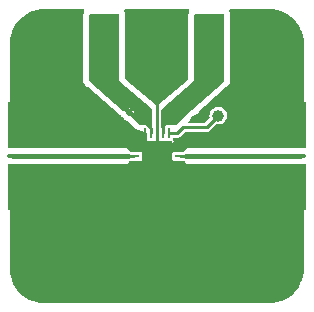
<source format=gbr>
%TF.GenerationSoftware,KiCad,Pcbnew,8.0.0*%
%TF.CreationDate,2024-06-16T14:01:43-04:00*%
%TF.ProjectId,X-Band Amplifier,582d4261-6e64-4204-916d-706c69666965,v1.0*%
%TF.SameCoordinates,Original*%
%TF.FileFunction,Copper,L1,Top*%
%TF.FilePolarity,Positive*%
%FSLAX46Y46*%
G04 Gerber Fmt 4.6, Leading zero omitted, Abs format (unit mm)*
G04 Created by KiCad (PCBNEW 8.0.0) date 2024-06-16 14:01:43*
%MOMM*%
%LPD*%
G01*
G04 APERTURE LIST*
G04 Aperture macros list*
%AMRoundRect*
0 Rectangle with rounded corners*
0 $1 Rounding radius*
0 $2 $3 $4 $5 $6 $7 $8 $9 X,Y pos of 4 corners*
0 Add a 4 corners polygon primitive as box body*
4,1,4,$2,$3,$4,$5,$6,$7,$8,$9,$2,$3,0*
0 Add four circle primitives for the rounded corners*
1,1,$1+$1,$2,$3*
1,1,$1+$1,$4,$5*
1,1,$1+$1,$6,$7*
1,1,$1+$1,$8,$9*
0 Add four rect primitives between the rounded corners*
20,1,$1+$1,$2,$3,$4,$5,0*
20,1,$1+$1,$4,$5,$6,$7,0*
20,1,$1+$1,$6,$7,$8,$9,0*
20,1,$1+$1,$8,$9,$2,$3,0*%
G04 Aperture macros list end*
%TA.AperFunction,SMDPad,CuDef*%
%ADD10RoundRect,0.140000X0.021213X-0.219203X0.219203X-0.021213X-0.021213X0.219203X-0.219203X0.021213X0*%
%TD*%
%TA.AperFunction,SMDPad,CuDef*%
%ADD11RoundRect,0.140000X-0.219203X-0.021213X-0.021213X-0.219203X0.219203X0.021213X0.021213X0.219203X0*%
%TD*%
%TA.AperFunction,SMDPad,CuDef*%
%ADD12RoundRect,0.087500X0.412500X-0.087500X0.412500X0.087500X-0.412500X0.087500X-0.412500X-0.087500X0*%
%TD*%
%TA.AperFunction,SMDPad,CuDef*%
%ADD13R,5.500000X4.000000*%
%TD*%
%TA.AperFunction,ComponentPad*%
%ADD14C,4.241800*%
%TD*%
%TA.AperFunction,SMDPad,CuDef*%
%ADD15RoundRect,0.062500X-0.350000X-0.062500X0.350000X-0.062500X0.350000X0.062500X-0.350000X0.062500X0*%
%TD*%
%TA.AperFunction,SMDPad,CuDef*%
%ADD16RoundRect,0.062500X-0.062500X-0.350000X0.062500X-0.350000X0.062500X0.350000X-0.062500X0.350000X0*%
%TD*%
%TA.AperFunction,HeatsinkPad*%
%ADD17C,0.500000*%
%TD*%
%TA.AperFunction,HeatsinkPad*%
%ADD18R,2.500000X2.500000*%
%TD*%
%TA.AperFunction,SMDPad,CuDef*%
%ADD19RoundRect,0.087500X-0.412500X0.087500X-0.412500X-0.087500X0.412500X-0.087500X0.412500X0.087500X0*%
%TD*%
%TA.AperFunction,ComponentPad*%
%ADD20C,5.562600*%
%TD*%
%TA.AperFunction,SMDPad,CuDef*%
%ADD21C,1.000000*%
%TD*%
%TA.AperFunction,ViaPad*%
%ADD22C,0.600000*%
%TD*%
%TA.AperFunction,Conductor*%
%ADD23C,0.250000*%
%TD*%
%TA.AperFunction,Conductor*%
%ADD24C,0.200000*%
%TD*%
%TA.AperFunction,Conductor*%
%ADD25C,0.400000*%
%TD*%
G04 APERTURE END LIST*
D10*
%TO.P,C2,2*%
%TO.N,VG*%
X137372411Y-59731589D03*
%TO.P,C2,1*%
%TO.N,GND*%
X136693589Y-60410411D03*
%TD*%
D11*
%TO.P,C1,1*%
%TO.N,VD*%
X142205389Y-59706189D03*
%TO.P,C1,2*%
%TO.N,GND*%
X142884211Y-60385011D03*
%TD*%
D12*
%TO.P,J2,1,In*%
%TO.N,Net-(J2-In)*%
X151850000Y-63500000D03*
D13*
%TO.P,J2,2,Ext*%
%TO.N,GND*%
X149600000Y-66135000D03*
X149600000Y-60865000D03*
%TD*%
D14*
%TO.P,H5,1,1*%
%TO.N,GND*%
X137160000Y-69850000D03*
%TD*%
D15*
%TO.P,U1,1,NC*%
%TO.N,GND*%
X137762500Y-62500000D03*
%TO.P,U1,2,NC*%
X137762500Y-63000000D03*
%TO.P,U1,3,RF_IN*%
%TO.N,Net-(J1-In)*%
X137762500Y-63500000D03*
%TO.P,U1,4,NC*%
%TO.N,GND*%
X137762500Y-64000000D03*
%TO.P,U1,5,NC*%
X137762500Y-64500000D03*
D16*
%TO.P,U1,6,NC*%
X138700000Y-65437500D03*
%TO.P,U1,7,NC*%
X139200000Y-65437500D03*
%TO.P,U1,8,NC*%
X139700000Y-65437500D03*
%TO.P,U1,9,NC*%
X140200000Y-65437500D03*
%TO.P,U1,10,NC*%
X140700000Y-65437500D03*
D15*
%TO.P,U1,11,NC*%
X141637500Y-64500000D03*
%TO.P,U1,12,NC*%
X141637500Y-64000000D03*
%TO.P,U1,13,RF_OUT*%
%TO.N,Net-(J2-In)*%
X141637500Y-63500000D03*
%TO.P,U1,14,NC*%
%TO.N,GND*%
X141637500Y-63000000D03*
%TO.P,U1,15,NC*%
X141637500Y-62500000D03*
D16*
%TO.P,U1,16,VDET*%
%TO.N,Net-(U1-VDET)*%
X140700000Y-61562500D03*
%TO.P,U1,17,VD*%
%TO.N,VD*%
X140200000Y-61562500D03*
%TO.P,U1,18,NC*%
%TO.N,GND*%
X139700000Y-61562500D03*
%TO.P,U1,19,VG*%
%TO.N,VG*%
X139200000Y-61562500D03*
%TO.P,U1,20,NC*%
%TO.N,GND*%
X138700000Y-61562500D03*
D17*
%TO.P,U1,21,GND*%
X138700000Y-62500000D03*
X138700000Y-64500000D03*
D18*
X139700000Y-63500000D03*
D17*
X140700000Y-62500000D03*
X140700000Y-64500000D03*
%TD*%
D19*
%TO.P,J1,1,In*%
%TO.N,Net-(J1-In)*%
X127550000Y-63500000D03*
D13*
%TO.P,J1,2,Ext*%
%TO.N,GND*%
X129800000Y-60865000D03*
X129800000Y-66135000D03*
%TD*%
D20*
%TO.P,H2,1,1*%
%TO.N,GND*%
X149225000Y-53975000D03*
%TD*%
D14*
%TO.P,H6,1,1*%
%TO.N,GND*%
X142240000Y-69850000D03*
%TD*%
D20*
%TO.P,H3,1,1*%
%TO.N,GND*%
X130175000Y-73025000D03*
%TD*%
%TO.P,H4,1,1*%
%TO.N,GND*%
X149225000Y-73025000D03*
%TD*%
%TO.P,H1,1,1*%
%TO.N,GND*%
X130175000Y-53975000D03*
%TD*%
D21*
%TO.P,TP1,1,1*%
%TO.N,Net-(U1-VDET)*%
X144907000Y-60071000D03*
%TD*%
D22*
%TO.N,GND*%
X136144000Y-60960000D03*
X143560800Y-59918600D03*
X142621000Y-65913000D03*
X142240000Y-66421000D03*
X141605000Y-66421000D03*
X136779000Y-65786000D03*
X137160000Y-66421000D03*
X137795000Y-66421000D03*
X138430000Y-66421000D03*
X140970000Y-66421000D03*
X140335000Y-66421000D03*
X139065000Y-66421000D03*
X139700000Y-66421000D03*
X142621000Y-61849000D03*
X143891000Y-61849000D03*
X145161000Y-61849000D03*
X144526000Y-61849000D03*
X148336000Y-61849000D03*
X148971000Y-61849000D03*
X149606000Y-61849000D03*
X151511000Y-61849000D03*
X151892000Y-62484000D03*
X150622000Y-62484000D03*
X151257000Y-62484000D03*
X149987000Y-62484000D03*
X148082000Y-62484000D03*
X148717000Y-62484000D03*
X149352000Y-62484000D03*
X146431000Y-61849000D03*
X147066000Y-61849000D03*
X147701000Y-61849000D03*
X150241000Y-61849000D03*
X150876000Y-61849000D03*
X145796000Y-61849000D03*
X143256000Y-61849000D03*
X144272000Y-62484000D03*
X143002000Y-62484000D03*
X145542000Y-62484000D03*
X144907000Y-62484000D03*
X142367000Y-62484000D03*
X143637000Y-62484000D03*
X147447000Y-62484000D03*
X146812000Y-62484000D03*
X146177000Y-62484000D03*
X150622000Y-64516000D03*
X148082000Y-64516000D03*
X149987000Y-64516000D03*
X147701000Y-65151000D03*
X147066000Y-65151000D03*
X151257000Y-64516000D03*
X148717000Y-64516000D03*
X149352000Y-64516000D03*
X146431000Y-65151000D03*
X151511000Y-65151000D03*
X151892000Y-64516000D03*
X148971000Y-65151000D03*
X149606000Y-65151000D03*
X144272000Y-64516000D03*
X143256000Y-65151000D03*
X143002000Y-64516000D03*
X144907000Y-64516000D03*
X142367000Y-64516000D03*
X145542000Y-64516000D03*
X150241000Y-65151000D03*
X150876000Y-65151000D03*
X145796000Y-65151000D03*
X145161000Y-65151000D03*
X148336000Y-65151000D03*
X144526000Y-65151000D03*
X143891000Y-65151000D03*
X143637000Y-64516000D03*
X146812000Y-64516000D03*
X147447000Y-64516000D03*
X146177000Y-64516000D03*
X142621000Y-65151000D03*
X127762000Y-65151000D03*
X129032000Y-65151000D03*
X130302000Y-65151000D03*
X129667000Y-65151000D03*
X133477000Y-65151000D03*
X134112000Y-65151000D03*
X134747000Y-65151000D03*
X136652000Y-65151000D03*
X137033000Y-64516000D03*
X135763000Y-64516000D03*
X136398000Y-64516000D03*
X135128000Y-64516000D03*
X133223000Y-64516000D03*
X133858000Y-64516000D03*
X134493000Y-64516000D03*
X131572000Y-65151000D03*
X132207000Y-65151000D03*
X132842000Y-65151000D03*
X135382000Y-65151000D03*
X136017000Y-65151000D03*
X130937000Y-65151000D03*
X128397000Y-65151000D03*
X129413000Y-64516000D03*
X128143000Y-64516000D03*
X130683000Y-64516000D03*
X130048000Y-64516000D03*
X127508000Y-64516000D03*
X128778000Y-64516000D03*
X132588000Y-64516000D03*
X131953000Y-64516000D03*
X131318000Y-64516000D03*
X129032000Y-61849000D03*
X129667000Y-61849000D03*
X130302000Y-61849000D03*
X127762000Y-61849000D03*
X128397000Y-61849000D03*
X130937000Y-61849000D03*
X131572000Y-61849000D03*
X132207000Y-61849000D03*
X132842000Y-61849000D03*
X133477000Y-61849000D03*
X134112000Y-61849000D03*
X134747000Y-61849000D03*
X135382000Y-61849000D03*
X136017000Y-61849000D03*
X136652000Y-61849000D03*
X137033000Y-62484000D03*
X136398000Y-62484000D03*
X135763000Y-62484000D03*
X135128000Y-62484000D03*
X134493000Y-62484000D03*
X133858000Y-62484000D03*
X133223000Y-62484000D03*
X132588000Y-62484000D03*
X131953000Y-62484000D03*
X131318000Y-62484000D03*
X130683000Y-62484000D03*
X130048000Y-62484000D03*
X129413000Y-62484000D03*
X128778000Y-62484000D03*
X128143000Y-62484000D03*
X127508000Y-62484000D03*
X139700000Y-62738000D03*
X140462000Y-63500000D03*
X139700000Y-64262000D03*
X138938000Y-63500000D03*
X139700000Y-63500000D03*
X137795000Y-56515000D03*
X141605000Y-55880000D03*
X137795000Y-54610000D03*
X137795000Y-52070000D03*
X137795000Y-53340000D03*
X141605000Y-52705000D03*
X137795000Y-51435000D03*
X137795000Y-55880000D03*
X141605000Y-53975000D03*
X137795000Y-53975000D03*
X141605000Y-56515000D03*
X141605000Y-52070000D03*
X141605000Y-53340000D03*
X137795000Y-52705000D03*
X141605000Y-54610000D03*
X137795000Y-55245000D03*
X141605000Y-51435000D03*
X141605000Y-55245000D03*
%TD*%
D23*
%TO.N,Net-(U1-VDET)*%
X143906042Y-61071958D02*
X144907000Y-60071000D01*
X141420000Y-61570000D02*
X141918042Y-61071958D01*
X141918042Y-61071958D02*
X143906042Y-61071958D01*
X141412500Y-61562500D02*
X141420000Y-61570000D01*
X140700000Y-61562500D02*
X141412500Y-61562500D01*
D24*
%TO.N,GND*%
X143560800Y-59918600D02*
X143350622Y-59918600D01*
X143350622Y-59918600D02*
X142884211Y-60385011D01*
D23*
X141851000Y-63000000D02*
X142367000Y-62484000D01*
X141637500Y-63000000D02*
X141851000Y-63000000D01*
X141851000Y-64000000D02*
X142367000Y-64516000D01*
X141637500Y-64000000D02*
X141851000Y-64000000D01*
X137762500Y-64000000D02*
X137549000Y-64000000D01*
X137549000Y-64000000D02*
X137033000Y-64516000D01*
X137549000Y-63000000D02*
X137033000Y-62484000D01*
X137762500Y-63000000D02*
X137549000Y-63000000D01*
X140962000Y-64000000D02*
X140462000Y-63500000D01*
X141637500Y-64000000D02*
X140962000Y-64000000D01*
X141637500Y-63000000D02*
X140962000Y-63000000D01*
X140962000Y-63000000D02*
X140462000Y-63500000D01*
X137762500Y-63000000D02*
X138438000Y-63000000D01*
X138438000Y-63000000D02*
X138938000Y-63500000D01*
X138438000Y-64000000D02*
X138938000Y-63500000D01*
X137762500Y-64000000D02*
X138438000Y-64000000D01*
X139700000Y-61562500D02*
X139700000Y-56388000D01*
X139700000Y-62738000D02*
X139700000Y-63500000D01*
X139700000Y-64262000D02*
X139700000Y-63500000D01*
X139700000Y-65437500D02*
X139700000Y-64262000D01*
X140700000Y-62500000D02*
X141637500Y-62500000D01*
X137762500Y-62500000D02*
X138700000Y-62500000D01*
X140200000Y-65437500D02*
X140200000Y-65000000D01*
X141200000Y-63000000D02*
X140700000Y-62500000D01*
X137762500Y-64500000D02*
X138700000Y-64500000D01*
X141200000Y-64000000D02*
X140700000Y-64500000D01*
X139200000Y-65000000D02*
X138700000Y-64500000D01*
X140200000Y-65000000D02*
X140700000Y-64500000D01*
X141637500Y-63000000D02*
X141200000Y-63000000D01*
X138200000Y-64000000D02*
X138700000Y-64500000D01*
X137762500Y-64000000D02*
X138200000Y-64000000D01*
X138700000Y-61562500D02*
X138700000Y-62500000D01*
X141637500Y-64000000D02*
X141200000Y-64000000D01*
X139700000Y-61562500D02*
X139700000Y-62738000D01*
X138200000Y-63000000D02*
X138700000Y-62500000D01*
X137762500Y-63000000D02*
X138200000Y-63000000D01*
X141637500Y-64500000D02*
X140700000Y-64500000D01*
X138700000Y-65437500D02*
X138700000Y-64500000D01*
X140700000Y-65437500D02*
X140700000Y-64500000D01*
X139200000Y-65437500D02*
X139200000Y-65000000D01*
D25*
%TO.N,Net-(J1-In)*%
X127550000Y-63500000D02*
X137240000Y-63500000D01*
D23*
X137762500Y-63500000D02*
X137240000Y-63500000D01*
%TO.N,Net-(J2-In)*%
X141637500Y-63500000D02*
X142140000Y-63500000D01*
D25*
X151850000Y-63500000D02*
X142140000Y-63500000D01*
D23*
%TO.N,VD*%
X140200000Y-61562500D02*
X140200000Y-60460000D01*
X140200000Y-60460000D02*
X140335000Y-60325000D01*
%TO.N,VG*%
X139200000Y-61095000D02*
X138430000Y-60325000D01*
X139200000Y-61562500D02*
X139200000Y-61095000D01*
%TD*%
%TA.AperFunction,Conductor*%
%TO.N,VD*%
G36*
X145395315Y-57162070D02*
G01*
X145374268Y-57186913D01*
X142689810Y-59619704D01*
X141386441Y-60800882D01*
X141323547Y-60831315D01*
X141303173Y-60833000D01*
X140461999Y-60833000D01*
X140352399Y-61085391D01*
X140307640Y-61139042D01*
X140240981Y-61159978D01*
X140238660Y-61160000D01*
X140204078Y-61160000D01*
X140137039Y-61140315D01*
X140091284Y-61087511D01*
X140080078Y-61035922D01*
X140080964Y-59619704D01*
X140100691Y-59552677D01*
X140123911Y-59525940D01*
X142875000Y-57150000D01*
X145398859Y-57150000D01*
X145395315Y-57162070D01*
G37*
%TD.AperFunction*%
%TD*%
%TA.AperFunction,Conductor*%
%TO.N,VD*%
G36*
X145358039Y-51454685D02*
G01*
X145403794Y-51507489D01*
X145415000Y-51559000D01*
X145415000Y-57095031D01*
X145398859Y-57150000D01*
X142875000Y-57150000D01*
X142875000Y-51559000D01*
X142894685Y-51491961D01*
X142947489Y-51446206D01*
X142999000Y-51435000D01*
X145291000Y-51435000D01*
X145358039Y-51454685D01*
G37*
%TD.AperFunction*%
%TD*%
%TA.AperFunction,Conductor*%
%TO.N,VG*%
G36*
X136468039Y-51454685D02*
G01*
X136513794Y-51507489D01*
X136525000Y-51559000D01*
X136525000Y-57150000D01*
X134003966Y-57150000D01*
X133990024Y-57128308D01*
X133985000Y-57093368D01*
X133985000Y-51559000D01*
X134004685Y-51491961D01*
X134057489Y-51446206D01*
X134109000Y-51435000D01*
X136401000Y-51435000D01*
X136468039Y-51454685D01*
G37*
%TD.AperFunction*%
%TD*%
%TA.AperFunction,Conductor*%
%TO.N,GND*%
G36*
X133517760Y-51074502D02*
G01*
X133564253Y-51128158D01*
X133574357Y-51198432D01*
X133564252Y-51232844D01*
X133511986Y-51347284D01*
X133492302Y-51414320D01*
X133492301Y-51414324D01*
X133492301Y-51414326D01*
X133492300Y-51414330D01*
X133471500Y-51559000D01*
X133471500Y-57093368D01*
X133471619Y-57095028D01*
X133476726Y-57166444D01*
X133481752Y-57201397D01*
X133497331Y-57273000D01*
X133497331Y-57273002D01*
X133558048Y-57405938D01*
X133558055Y-57405952D01*
X133571994Y-57427639D01*
X133615886Y-57486268D01*
X133615887Y-57486269D01*
X133615889Y-57486271D01*
X133726347Y-57581984D01*
X133807900Y-57619228D01*
X133838061Y-57638610D01*
X136557378Y-59994719D01*
X136652960Y-60056758D01*
X136684322Y-60085742D01*
X136700750Y-60107152D01*
X136700756Y-60107159D01*
X136700758Y-60107161D01*
X136996839Y-60403241D01*
X137090783Y-60475328D01*
X137136030Y-60494069D01*
X137183031Y-60527961D01*
X137213797Y-60563464D01*
X137213804Y-60563470D01*
X137950225Y-61201530D01*
X137969632Y-61217168D01*
X137976098Y-61222378D01*
X137990274Y-61232989D01*
X138004527Y-61243029D01*
X138012234Y-61248458D01*
X138138058Y-61306958D01*
X138138059Y-61306958D01*
X138138063Y-61306960D01*
X138184357Y-61320553D01*
X138205097Y-61326643D01*
X138205103Y-61326643D01*
X138205108Y-61326645D01*
X138336240Y-61345499D01*
X138336245Y-61345500D01*
X138336247Y-61345500D01*
X138488500Y-61345500D01*
X138556621Y-61365502D01*
X138603114Y-61419158D01*
X138614500Y-61471500D01*
X138614500Y-61953439D01*
X138614501Y-61953451D01*
X138624592Y-62037491D01*
X138677335Y-62171237D01*
X138764205Y-62285794D01*
X138776132Y-62294838D01*
X138878762Y-62372664D01*
X139012507Y-62425407D01*
X139012506Y-62425407D01*
X139030528Y-62427570D01*
X139096555Y-62435500D01*
X139303444Y-62435499D01*
X139387492Y-62425407D01*
X139521238Y-62372664D01*
X139623869Y-62294836D01*
X139690231Y-62269615D01*
X139759698Y-62284276D01*
X139776123Y-62294831D01*
X139878762Y-62372664D01*
X139878763Y-62372664D01*
X139878764Y-62372665D01*
X140012507Y-62425407D01*
X140012506Y-62425407D01*
X140030528Y-62427570D01*
X140096555Y-62435500D01*
X140303444Y-62435499D01*
X140387492Y-62425407D01*
X140403774Y-62418985D01*
X140474479Y-62412600D01*
X140496216Y-62418982D01*
X140512508Y-62425407D01*
X140596555Y-62435500D01*
X140803444Y-62435499D01*
X140887492Y-62425407D01*
X141021238Y-62372664D01*
X141135794Y-62285794D01*
X141178103Y-62230000D01*
X146558000Y-62230000D01*
X146558000Y-59055000D01*
X144018000Y-59055000D01*
X142704723Y-60254079D01*
X142877041Y-60081761D01*
X142878986Y-60079225D01*
X142894337Y-60062564D01*
X145562091Y-57644911D01*
X145604186Y-57621317D01*
X145603970Y-57620843D01*
X145609704Y-57618224D01*
X145611211Y-57617379D01*
X145612170Y-57617098D01*
X145666810Y-57581984D01*
X145735125Y-57538082D01*
X145735126Y-57538081D01*
X145830840Y-57427624D01*
X145830843Y-57427618D01*
X145891556Y-57294678D01*
X145897921Y-57273002D01*
X145906015Y-57245435D01*
X145906672Y-57243538D01*
X145907699Y-57239703D01*
X145907698Y-57239703D01*
X145907700Y-57239701D01*
X145928500Y-57095031D01*
X145928500Y-51559000D01*
X145916764Y-51449843D01*
X145905558Y-51398332D01*
X145870890Y-51294173D01*
X145841614Y-51248620D01*
X145821613Y-51180500D01*
X145841615Y-51112379D01*
X145895271Y-51065886D01*
X145947613Y-51054500D01*
X149180125Y-51054500D01*
X149221461Y-51054500D01*
X149228525Y-51054697D01*
X149544929Y-51072466D01*
X149558965Y-51074047D01*
X149867904Y-51126539D01*
X149881662Y-51129679D01*
X150182784Y-51216431D01*
X150196118Y-51221097D01*
X150485619Y-51341012D01*
X150498349Y-51347143D01*
X150772602Y-51498717D01*
X150784567Y-51506234D01*
X151040132Y-51687567D01*
X151051179Y-51696377D01*
X151284828Y-51905180D01*
X151294819Y-51915171D01*
X151503622Y-52148820D01*
X151512432Y-52159867D01*
X151693765Y-52415432D01*
X151701282Y-52427397D01*
X151852856Y-52701650D01*
X151858987Y-52714380D01*
X151978902Y-53003881D01*
X151983569Y-53017218D01*
X152070318Y-53318329D01*
X152073462Y-53332104D01*
X152125951Y-53641032D01*
X152127533Y-53655073D01*
X152145302Y-53971474D01*
X152145500Y-53978539D01*
X152145500Y-62731807D01*
X152125498Y-62799928D01*
X152071842Y-62846421D01*
X152001568Y-62856525D01*
X151994918Y-62855386D01*
X151915056Y-62839500D01*
X151915054Y-62839500D01*
X142074946Y-62839500D01*
X142074942Y-62839500D01*
X141947338Y-62864883D01*
X141947335Y-62864884D01*
X141885636Y-62890440D01*
X141850705Y-62904909D01*
X141802489Y-62914500D01*
X141246560Y-62914500D01*
X141246548Y-62914501D01*
X141162508Y-62924592D01*
X141028762Y-62977335D01*
X140914205Y-63064205D01*
X140827335Y-63178762D01*
X140774592Y-63312507D01*
X140764500Y-63396552D01*
X140764500Y-63603439D01*
X140764501Y-63603451D01*
X140774592Y-63687491D01*
X140827335Y-63821237D01*
X140914205Y-63935794D01*
X140969205Y-63977501D01*
X141028762Y-64022664D01*
X141162507Y-64075407D01*
X141162506Y-64075407D01*
X141180528Y-64077570D01*
X141246555Y-64085500D01*
X141545741Y-64085499D01*
X141545751Y-64085500D01*
X141560417Y-64085500D01*
X141802489Y-64085500D01*
X141850705Y-64095090D01*
X141947339Y-64135117D01*
X142074946Y-64160500D01*
X151915049Y-64160500D01*
X151915054Y-64160500D01*
X151994920Y-64144613D01*
X152065632Y-64150941D01*
X152121700Y-64194495D01*
X152145319Y-64261447D01*
X152145500Y-64268192D01*
X152145500Y-73021460D01*
X152145302Y-73028525D01*
X152127533Y-73344926D01*
X152125951Y-73358967D01*
X152073462Y-73667895D01*
X152070318Y-73681670D01*
X151983569Y-73982781D01*
X151978902Y-73996118D01*
X151858987Y-74285619D01*
X151852856Y-74298349D01*
X151701282Y-74572602D01*
X151693765Y-74584567D01*
X151512432Y-74840132D01*
X151503622Y-74851179D01*
X151294819Y-75084828D01*
X151284828Y-75094819D01*
X151051179Y-75303622D01*
X151040132Y-75312432D01*
X150784567Y-75493765D01*
X150772602Y-75501282D01*
X150498349Y-75652856D01*
X150485619Y-75658987D01*
X150196118Y-75778902D01*
X150182781Y-75783569D01*
X149881670Y-75870318D01*
X149867895Y-75873462D01*
X149558967Y-75925951D01*
X149544926Y-75927533D01*
X149228526Y-75945302D01*
X149221461Y-75945500D01*
X130178539Y-75945500D01*
X130171474Y-75945302D01*
X129855073Y-75927533D01*
X129841032Y-75925951D01*
X129532104Y-75873462D01*
X129518329Y-75870318D01*
X129217218Y-75783569D01*
X129203881Y-75778902D01*
X128914380Y-75658987D01*
X128901650Y-75652856D01*
X128627397Y-75501282D01*
X128615432Y-75493765D01*
X128359867Y-75312432D01*
X128348820Y-75303622D01*
X128115171Y-75094819D01*
X128105180Y-75084828D01*
X127896377Y-74851179D01*
X127887567Y-74840132D01*
X127706234Y-74584567D01*
X127698717Y-74572602D01*
X127547143Y-74298349D01*
X127541012Y-74285619D01*
X127421097Y-73996118D01*
X127416430Y-73982781D01*
X127329681Y-73681670D01*
X127326539Y-73667904D01*
X127274047Y-73358965D01*
X127272466Y-73344926D01*
X127254698Y-73028525D01*
X127254500Y-73021460D01*
X127254500Y-64268192D01*
X127274502Y-64200071D01*
X127328158Y-64153578D01*
X127398432Y-64143474D01*
X127405064Y-64144609D01*
X127484946Y-64160500D01*
X127484951Y-64160500D01*
X137305054Y-64160500D01*
X137432661Y-64135117D01*
X137529294Y-64095090D01*
X137577511Y-64085500D01*
X137854250Y-64085500D01*
X137854258Y-64085499D01*
X138153440Y-64085499D01*
X138153444Y-64085499D01*
X138237492Y-64075407D01*
X138371238Y-64022664D01*
X138485794Y-63935794D01*
X138572664Y-63821238D01*
X138625407Y-63687492D01*
X138635500Y-63603445D01*
X138635499Y-63396556D01*
X138625407Y-63312508D01*
X138572664Y-63178762D01*
X138544328Y-63141395D01*
X138485794Y-63064205D01*
X138410259Y-63006927D01*
X138371238Y-62977336D01*
X138371236Y-62977335D01*
X138371237Y-62977335D01*
X138237492Y-62924592D01*
X138237493Y-62924592D01*
X138153448Y-62914500D01*
X138153445Y-62914500D01*
X137839584Y-62914500D01*
X137839583Y-62914500D01*
X137577511Y-62914500D01*
X137529294Y-62904909D01*
X137470817Y-62880687D01*
X137432664Y-62864884D01*
X137432661Y-62864883D01*
X137305057Y-62839500D01*
X137305054Y-62839500D01*
X127484946Y-62839500D01*
X127484938Y-62839500D01*
X127405080Y-62855385D01*
X127334366Y-62849057D01*
X127278300Y-62805502D01*
X127254681Y-62738549D01*
X127254500Y-62731806D01*
X127254500Y-53978539D01*
X127254698Y-53971474D01*
X127272466Y-53655073D01*
X127274048Y-53641032D01*
X127302907Y-53471181D01*
X127326539Y-53332091D01*
X127329678Y-53318341D01*
X127416432Y-53017209D01*
X127421094Y-53003889D01*
X127541014Y-52714375D01*
X127547143Y-52701650D01*
X127698717Y-52427397D01*
X127706229Y-52415439D01*
X127887573Y-52159859D01*
X127896370Y-52148827D01*
X128105180Y-51915170D01*
X128115171Y-51905180D01*
X128348827Y-51696370D01*
X128359859Y-51687573D01*
X128615439Y-51506229D01*
X128627397Y-51498717D01*
X128901650Y-51347143D01*
X128914375Y-51341014D01*
X129203889Y-51221094D01*
X129217209Y-51216432D01*
X129518341Y-51129678D01*
X129532091Y-51126539D01*
X129841036Y-51074047D01*
X129855068Y-51072466D01*
X130171474Y-51054697D01*
X130178539Y-51054500D01*
X130219875Y-51054500D01*
X133449639Y-51054500D01*
X133517760Y-51074502D01*
G37*
%TD.AperFunction*%
%TA.AperFunction,Conductor*%
G36*
X142407760Y-51074502D02*
G01*
X142454253Y-51128158D01*
X142464357Y-51198432D01*
X142454252Y-51232844D01*
X142401986Y-51347284D01*
X142382302Y-51414320D01*
X142382301Y-51414324D01*
X142382301Y-51414326D01*
X142382300Y-51414330D01*
X142361502Y-51558992D01*
X142361500Y-51559003D01*
X142361500Y-56920738D01*
X142341498Y-56988859D01*
X142317856Y-57016098D01*
X139819654Y-59173635D01*
X139775424Y-59217744D01*
X139713064Y-59251683D01*
X139642256Y-59246519D01*
X139590926Y-59210689D01*
X139583683Y-59202267D01*
X139583680Y-59202265D01*
X139583679Y-59202263D01*
X139583676Y-59202260D01*
X137081637Y-57018011D01*
X137043474Y-56958144D01*
X137038500Y-56923092D01*
X137038500Y-51559004D01*
X137038499Y-51558992D01*
X137026764Y-51449843D01*
X137015558Y-51398332D01*
X136980890Y-51294173D01*
X136951614Y-51248620D01*
X136931613Y-51180500D01*
X136951615Y-51112379D01*
X137005271Y-51065886D01*
X137057613Y-51054500D01*
X142339639Y-51054500D01*
X142407760Y-51074502D01*
G37*
%TD.AperFunction*%
%TD*%
%TA.AperFunction,Conductor*%
%TO.N,VG*%
G36*
X139277549Y-59552941D02*
G01*
X139315105Y-59611856D01*
X139320000Y-59646352D01*
X139320000Y-61026000D01*
X139300315Y-61093039D01*
X139247511Y-61138794D01*
X139196000Y-61150000D01*
X139139463Y-61150000D01*
X139072424Y-61130315D01*
X139055090Y-61116869D01*
X138800000Y-60880000D01*
X138799999Y-60880000D01*
X138336247Y-60880000D01*
X138269208Y-60860315D01*
X138255048Y-60849716D01*
X137518627Y-60211656D01*
X137480850Y-60152880D01*
X137480847Y-60083010D01*
X137512145Y-60030259D01*
X137700354Y-59842050D01*
X137700360Y-59842043D01*
X137723490Y-59807428D01*
X137734357Y-59752801D01*
X137723491Y-59698177D01*
X137723490Y-59698176D01*
X137700357Y-59663556D01*
X137700355Y-59663554D01*
X137440445Y-59403645D01*
X137440438Y-59403639D01*
X137405823Y-59380509D01*
X137351198Y-59369642D01*
X137296572Y-59380509D01*
X137296571Y-59380509D01*
X137261951Y-59403642D01*
X137261949Y-59403644D01*
X137044467Y-59621127D01*
X137040599Y-59625841D01*
X137038898Y-59624445D01*
X136992853Y-59662901D01*
X136923525Y-59671586D01*
X136862201Y-59642905D01*
X134027801Y-57187084D01*
X134003966Y-57150000D01*
X136525000Y-57150000D01*
X139277549Y-59552941D01*
G37*
%TD.AperFunction*%
%TD*%
%TA.AperFunction,Conductor*%
%TO.N,GND*%
G36*
X146558000Y-62230000D02*
G01*
X141097000Y-62230000D01*
X141097000Y-61977398D01*
X141111301Y-61961156D01*
X141177511Y-61942000D01*
X141325719Y-61942000D01*
X141357811Y-61946225D01*
X141361838Y-61947303D01*
X141370038Y-61949501D01*
X141370040Y-61949501D01*
X141469960Y-61949501D01*
X141469962Y-61949501D01*
X141566482Y-61923639D01*
X141653019Y-61873676D01*
X141723676Y-61803019D01*
X141723676Y-61803017D01*
X141733877Y-61792817D01*
X141733880Y-61792812D01*
X142038918Y-61487774D01*
X142100240Y-61454292D01*
X142126598Y-61451458D01*
X143848468Y-61451458D01*
X143848484Y-61451459D01*
X143856080Y-61451459D01*
X143956003Y-61451459D01*
X143956004Y-61451459D01*
X144032122Y-61431062D01*
X144032124Y-61431062D01*
X144045057Y-61427596D01*
X144052524Y-61425596D01*
X144139061Y-61375634D01*
X144209718Y-61304977D01*
X144209718Y-61304975D01*
X144219922Y-61294772D01*
X144219926Y-61294767D01*
X144664735Y-60849957D01*
X144726056Y-60816474D01*
X144766296Y-60814420D01*
X144848010Y-60823627D01*
X144906998Y-60830274D01*
X144907000Y-60830274D01*
X144907003Y-60830274D01*
X145075951Y-60811238D01*
X145075954Y-60811237D01*
X145236437Y-60755082D01*
X145380400Y-60664624D01*
X145500624Y-60544400D01*
X145591082Y-60400437D01*
X145647237Y-60239954D01*
X145647237Y-60239953D01*
X145647238Y-60239951D01*
X145666274Y-60071002D01*
X145666274Y-60070997D01*
X145647238Y-59902048D01*
X145607990Y-59789885D01*
X145591082Y-59741563D01*
X145500624Y-59597600D01*
X145380400Y-59477376D01*
X145236437Y-59386918D01*
X145197912Y-59373437D01*
X145075951Y-59330761D01*
X144907003Y-59311726D01*
X144906997Y-59311726D01*
X144738048Y-59330761D01*
X144577560Y-59386919D01*
X144433599Y-59477376D01*
X144313376Y-59597599D01*
X144222919Y-59741560D01*
X144166761Y-59902048D01*
X144147726Y-60070997D01*
X144147726Y-60071004D01*
X144163578Y-60211701D01*
X144151523Y-60280523D01*
X144128039Y-60313265D01*
X143785167Y-60656139D01*
X143723844Y-60689624D01*
X143697486Y-60692458D01*
X142224594Y-60692458D01*
X144018000Y-59055000D01*
X146558000Y-59055000D01*
X146558000Y-62230000D01*
G37*
%TD.AperFunction*%
%TD*%
M02*

</source>
